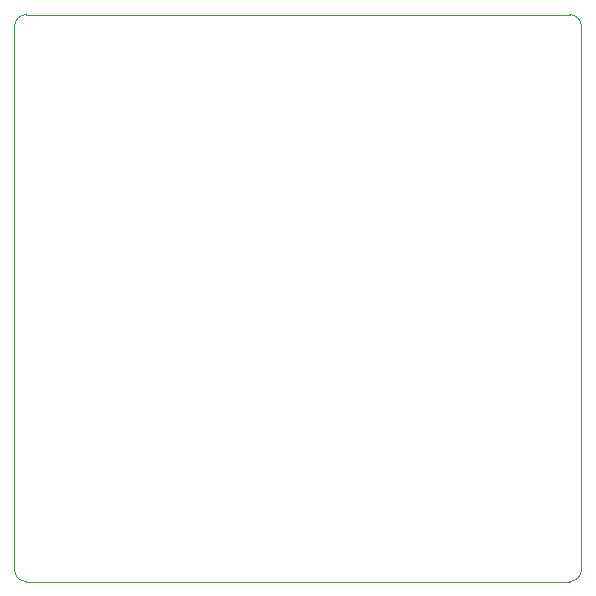
<source format=gbr>
%TF.GenerationSoftware,KiCad,Pcbnew,6.99.0-76368af7*%
%TF.CreationDate,2022-01-10T14:25:01+01:00*%
%TF.ProjectId,hc245t_bypass_esd-panel,68633234-3574-45f6-9279-706173735f65,rev?*%
%TF.SameCoordinates,Original*%
%TF.FileFunction,Profile,NP*%
%FSLAX46Y46*%
G04 Gerber Fmt 4.6, Leading zero omitted, Abs format (unit mm)*
G04 Created by KiCad (PCBNEW 6.99.0-76368af7) date 2022-01-10 14:25:01*
%MOMM*%
%LPD*%
G01*
G04 APERTURE LIST*
%TA.AperFunction,Profile*%
%ADD10C,0.050000*%
%TD*%
G04 APERTURE END LIST*
D10*
X116000000Y-87000000D02*
X116000000Y-133000000D01*
X164000000Y-87000000D02*
G75*
G03*
X163000000Y-86000000I-999999J1D01*
G01*
X163000000Y-86000000D02*
X117000000Y-86000000D01*
X164000000Y-133000000D02*
X164000000Y-87000000D01*
X163000000Y-134000000D02*
G75*
G03*
X164000000Y-133000000I1J999999D01*
G01*
X117000000Y-86000000D02*
G75*
G03*
X116000000Y-87000000I-1J-999999D01*
G01*
X117000000Y-134000000D02*
X163000000Y-134000000D01*
X116000000Y-133000000D02*
G75*
G03*
X117000000Y-134000000I999999J-1D01*
G01*
M02*

</source>
